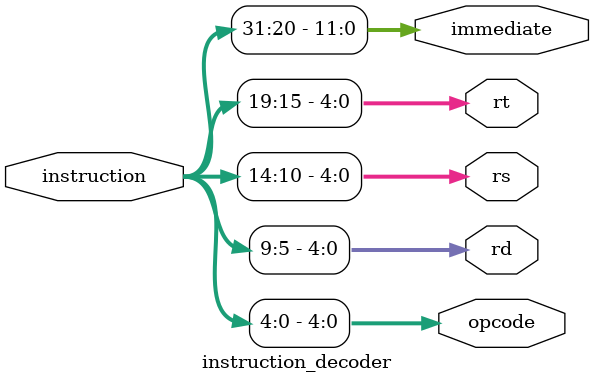
<source format=v>
module instruction_decoder(
    input  [31:0] instruction,
    output [4:0]  opcode,
    output [4:0]  rd,
    output [4:0]  rs,
    output [4:0]  rt,
    output [11:0] immediate
);
    assign opcode    = instruction[4:0];    // bits [4:0]
    assign rd        = instruction[9:5];    // bits [9:5]
    assign rs        = instruction[14:10];  // bits [14:10]
    assign rt        = instruction[19:15];  // bits [19:15]
    assign immediate = instruction[31:20];  // bits [31:20]
endmodule

</source>
